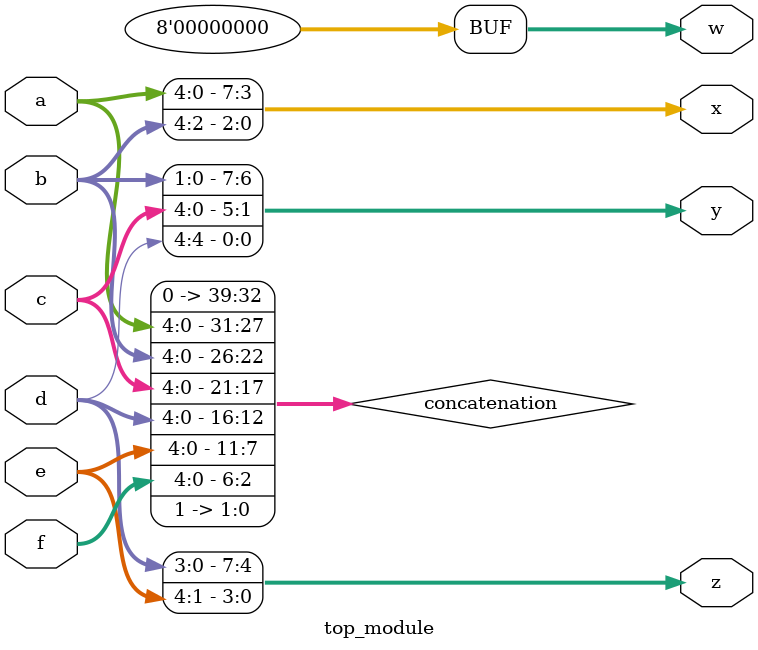
<source format=sv>
module top_module (
    input [4:0] a,
    input [4:0] b,
    input [4:0] c,
    input [4:0] d,
    input [4:0] e,
    input [4:0] f,
    output [7:0] w,
    output [7:0] x,
    output [7:0] y,
    output [7:0] z
);

    wire [39:0] concatenation;

    assign concatenation = {a, b, c, d, e, f, 2'b11};

    assign w = concatenation[39:32];
    assign x = concatenation[31:24];
    assign y = concatenation[23:16];
    assign z = concatenation[15:8];

endmodule

</source>
